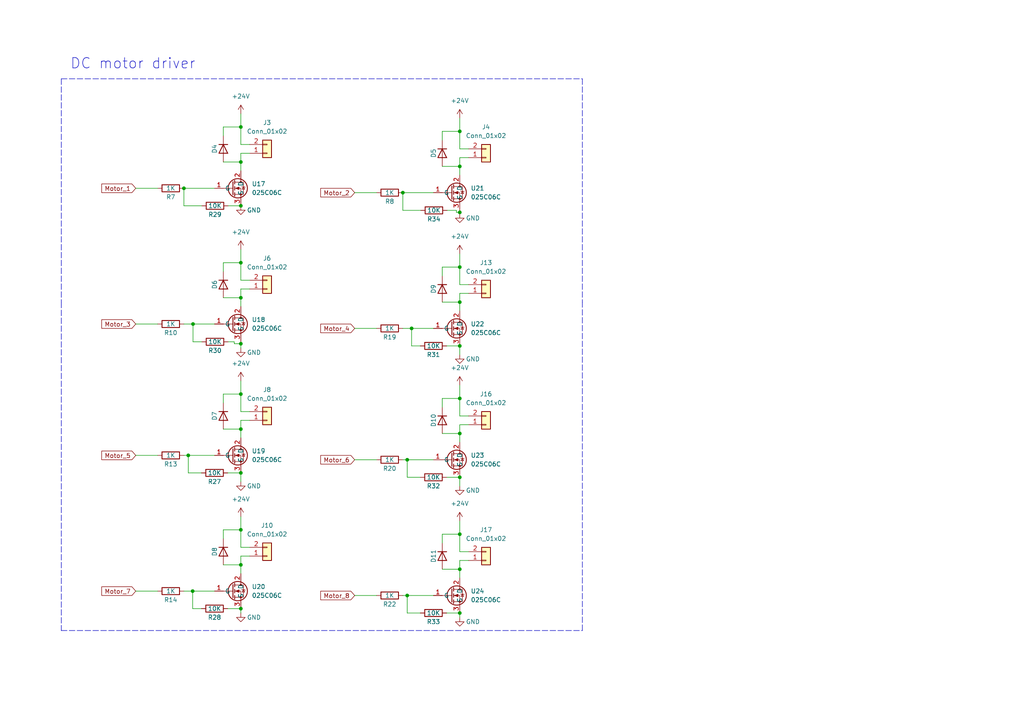
<source format=kicad_sch>
(kicad_sch (version 20211123) (generator eeschema)
  (paper "A4")
  (lib_symbols
    (symbol "Connector_Generic:Conn_01x02" (pin_names (offset 1.016) hide)
      (property "Reference" "J" (at 0 2.54 0))
      (property "Value" "Conn_01x02" (at 0 -5.08 0))
      (symbol "Conn_01x02_1_1"
        (rectangle (start -1.27 -2.413) (end 0 -2.667) (stroke (width 0.1524)))
        (rectangle (start -1.27 0.127) (end 0 -0.127) (stroke (width 0.1524)))
        (rectangle (start -1.27 1.27) (end 1.27 -3.81) (stroke (width 0.254)) (fill (type background)))
        (pin passive line (at -5.08 0 0) (length 3.81) (name "Pin_1") (number "1"))
        (pin passive line (at -5.08 -2.54 0) (length 3.81) (name "Pin_2") (number "2"))
      )
    )
    (symbol "Device:D" (pin_numbers hide) (pin_names (offset 1.016) hide)
      (property "Reference" "D" (at 0 2.54 0))
      (property "Value" "D" (at 0 -2.54 0))
      (symbol "D_0_1"
        (polyline (pts (xy -1.27 1.27) (xy -1.27 -1.27)) (stroke (width 0.254)))
        (polyline (pts (xy 1.27 0) (xy -1.27 0)))
        (polyline (pts (xy 1.27 1.27) (xy 1.27 -1.27) (xy -1.27 0) (xy 1.27 1.27)) (stroke (width 0.254)))
      )
      (symbol "D_1_1"
        (pin passive line (at -3.81 0 0) (length 2.54) (name "K") (number "1"))
        (pin passive line (at 3.81 0 180) (length 2.54) (name "A") (number "2"))
      )
    )
    (symbol "Device:R" (pin_numbers hide) (pin_names (offset 0))
      (property "Reference" "R" (at 2.032 0 90))
      (property "Value" "R" (at 0 0 90))
      (symbol "R_0_1"
        (rectangle (start -1.016 -2.54) (end 1.016 2.54) (stroke (width 0.254)))
      )
      (symbol "R_1_1"
        (pin passive line (at 0 3.81 270) (length 1.27) (name "~") (number "1"))
        (pin passive line (at 0 -3.81 90) (length 1.27) (name "~") (number "2"))
      )
    )
    (symbol "Symbols:025C06C"
      (property "Reference" "U" (at 5.08 -1.27 0))
      (property "Value" "025C06C" (at 7.62 1.27 0))
      (symbol "025C06C_0_1"
        (polyline (pts (xy -1.016 0) (xy -3.81 0)))
        (polyline (pts (xy -1.016 1.905) (xy -1.016 -1.905)) (stroke (width 0.254)))
        (polyline (pts (xy -0.508 -1.27) (xy -0.508 -2.286)) (stroke (width 0.254)))
        (polyline (pts (xy -0.508 0.508) (xy -0.508 -0.508)) (stroke (width 0.254)))
        (polyline (pts (xy -0.508 2.286) (xy -0.508 1.27)) (stroke (width 0.254)))
        (polyline (pts (xy 1.27 2.54) (xy 1.27 1.778)))
        (polyline (pts (xy 1.27 -2.54) (xy 1.27 0) (xy -0.508 0)))
        (polyline (pts (xy -0.508 -1.778) (xy 2.032 -1.778) (xy 2.032 1.778) (xy -0.508 1.778)))
        (polyline (pts (xy -0.254 0) (xy 0.762 0.381) (xy 0.762 -0.381) (xy -0.254 0)) (fill (type outline)))
        (polyline (pts (xy 1.524 0.508) (xy 1.651 0.381) (xy 2.413 0.381) (xy 2.54 0.254)))
        (polyline (pts (xy 2.032 0.381) (xy 1.651 -0.254) (xy 2.413 -0.254) (xy 2.032 0.381)))
        (circle (center 0.381 0) (radius 2.794) (stroke (width 0.254)))
        (circle (center 1.27 -1.778) (radius 0.254) (fill (type outline)))
        (circle (center 1.27 1.778) (radius 0.254) (fill (type outline)))
      )
      (symbol "025C06C_1_1"
        (pin input line (at -6.35 0 0) (length 2.54) (name "G") (number "1"))
        (pin passive line (at 1.27 5.08 270) (length 2.54) (name "D") (number "2"))
        (pin passive line (at 1.27 -5.08 90) (length 2.54) (name "S") (number "3"))
      )
    )
    (symbol "power:+24V" (power) (pin_names (offset 0))
      (property "Value" "+24V" (at 0 3.556 0))
      (symbol "+24V_0_1"
        (polyline (pts (xy -0.762 1.27) (xy 0 2.54)))
        (polyline (pts (xy 0 0) (xy 0 2.54)))
        (polyline (pts (xy 0 2.54) (xy 0.762 1.27)))
      )
      (symbol "+24V_1_1"
        (pin power_in line (at 0 0 90) (length 0) hide (name "+24V") (number "1"))
      )
    )
    (symbol "power:GND" (power) (pin_names (offset 0))
      (property "Value" "GND" (at 0 -3.81 0))
      (symbol "GND_0_1"
        (polyline (pts (xy 0 0) (xy 0 -1.27) (xy 1.27 -1.27) (xy 0 -2.54) (xy -1.27 -1.27) (xy 0 -1.27)))
      )
      (symbol "GND_1_1"
        (pin power_in line (at 0 0 270) (length 0) hide (name "GND") (number "1"))
      )
    )
  )
  (junction (at 69.85 99.695))
  (junction (at 69.85 163.83))
  (junction (at 133.35 165.1))
  (junction (at 69.85 114.3))
  (junction (at 133.35 100.33))
  (junction (at 133.35 87.63))
  (junction (at 69.85 36.83))
  (junction (at 116.84 55.88))
  (junction (at 133.35 48.26))
  (junction (at 69.85 86.36))
  (junction (at 119.38 95.25))
  (junction (at 69.85 46.99))
  (junction (at 53.34 54.61))
  (junction (at 69.85 124.46))
  (junction (at 133.35 115.57))
  (junction (at 69.85 153.67))
  (junction (at 69.85 59.69))
  (junction (at 133.35 138.43))
  (junction (at 55.9816 93.98))
  (junction (at 69.85 137.16))
  (junction (at 69.85 176.53))
  (junction (at 54.61 132.08))
  (junction (at 133.35 154.94))
  (junction (at 133.35 61.595))
  (junction (at 118.11 133.35))
  (junction (at 118.11 172.72))
  (junction (at 133.35 38.1))
  (junction (at 133.35 125.73))
  (junction (at 69.85 76.2))
  (junction (at 133.35 77.47))
  (junction (at 55.88 171.45))
  (junction (at 133.35 177.8))
  (wire (pts (xy 69.85 161.29) (xy 72.39 161.29)))
  (wire (pts (xy 39.37 132.08) (xy 45.72 132.08)))
  (wire (pts (xy 39.37 171.45) (xy 45.72 171.45)))
  (polyline (pts (xy 17.78 182.88) (xy 168.91 182.88)))
  (wire (pts (xy 69.85 41.91) (xy 69.85 36.83)))
  (wire (pts (xy 133.35 43.18) (xy 135.89 43.18)))
  (wire (pts (xy 53.34 171.45) (xy 55.88 171.45)))
  (wire (pts (xy 133.35 128.27) (xy 133.35 125.73)))
  (wire (pts (xy 69.85 83.82) (xy 72.39 83.82)))
  (wire (pts (xy 119.38 95.25) (xy 119.38 100.33)))
  (wire (pts (xy 116.84 172.72) (xy 118.11 172.72)))
  (wire (pts (xy 54.61 132.08) (xy 62.23 132.08)))
  (wire (pts (xy 67.945 99.695) (xy 69.85 99.695)))
  (wire (pts (xy 53.34 59.69) (xy 53.34 54.61)))
  (wire (pts (xy 55.9816 93.98) (xy 62.23 93.98)))
  (wire (pts (xy 69.85 176.53) (xy 69.85 177.8)))
  (wire (pts (xy 133.35 167.64) (xy 133.35 165.1)))
  (wire (pts (xy 118.11 133.35) (xy 125.73 133.35)))
  (polyline (pts (xy 17.78 87.63) (xy 17.78 182.88)))
  (wire (pts (xy 53.34 59.69) (xy 58.547 59.69)))
  (polyline (pts (xy 168.91 182.88) (xy 168.91 87.63)))
  (wire (pts (xy 132.3848 61.595) (xy 133.35 61.595)))
  (wire (pts (xy 69.85 72.39) (xy 69.85 76.2)))
  (wire (pts (xy 133.35 125.73) (xy 133.35 123.19)))
  (wire (pts (xy 69.85 49.53) (xy 69.85 46.99)))
  (wire (pts (xy 69.85 119.38) (xy 69.85 114.3)))
  (wire (pts (xy 58.42 176.53) (xy 55.88 176.53)))
  (wire (pts (xy 69.85 99.695) (xy 69.85 100.965)))
  (wire (pts (xy 66.04 137.16) (xy 69.85 137.16)))
  (wire (pts (xy 129.667 61.0108) (xy 132.3848 61.0108)))
  (wire (pts (xy 64.77 76.2) (xy 69.85 76.2)))
  (wire (pts (xy 64.77 163.83) (xy 69.85 163.83)))
  (wire (pts (xy 69.85 88.9) (xy 69.85 86.36)))
  (wire (pts (xy 67.945 99.1362) (xy 67.945 99.695)))
  (wire (pts (xy 128.27 154.94) (xy 133.35 154.94)))
  (wire (pts (xy 69.85 46.99) (xy 69.85 44.45)))
  (wire (pts (xy 55.88 176.53) (xy 55.88 171.45)))
  (wire (pts (xy 66.167 99.1362) (xy 67.945 99.1362)))
  (wire (pts (xy 132.3848 61.0108) (xy 132.3848 61.595)))
  (wire (pts (xy 69.85 124.46) (xy 69.85 121.92)))
  (wire (pts (xy 64.77 36.83) (xy 69.85 36.83)))
  (wire (pts (xy 133.35 177.8) (xy 133.35 179.07)))
  (polyline (pts (xy 17.78 22.86) (xy 17.78 87.63)))
  (wire (pts (xy 64.77 114.3) (xy 69.85 114.3)))
  (wire (pts (xy 69.85 163.83) (xy 69.85 161.29)))
  (wire (pts (xy 128.27 125.73) (xy 133.35 125.73)))
  (wire (pts (xy 53.34 132.08) (xy 54.61 132.08)))
  (wire (pts (xy 128.27 87.63) (xy 133.35 87.63)))
  (wire (pts (xy 121.92 177.8) (xy 118.11 177.8)))
  (wire (pts (xy 133.35 82.55) (xy 135.89 82.55)))
  (wire (pts (xy 121.92 100.33) (xy 119.38 100.33)))
  (wire (pts (xy 133.35 165.1) (xy 133.35 162.56)))
  (wire (pts (xy 129.54 177.8) (xy 133.35 177.8)))
  (wire (pts (xy 64.77 46.99) (xy 69.85 46.99)))
  (wire (pts (xy 133.35 160.02) (xy 133.35 154.94)))
  (wire (pts (xy 133.35 111.76) (xy 133.35 115.57)))
  (wire (pts (xy 133.35 48.26) (xy 133.35 45.72)))
  (wire (pts (xy 69.85 158.75) (xy 72.39 158.75)))
  (polyline (pts (xy 168.91 22.86) (xy 168.91 87.63)))
  (wire (pts (xy 69.85 81.28) (xy 69.85 76.2)))
  (wire (pts (xy 69.85 149.86) (xy 69.85 153.67)))
  (wire (pts (xy 128.27 38.1) (xy 133.35 38.1)))
  (wire (pts (xy 133.35 138.43) (xy 133.35 140.97)))
  (wire (pts (xy 66.167 59.69) (xy 69.85 59.69)))
  (wire (pts (xy 54.61 137.16) (xy 54.61 132.08)))
  (wire (pts (xy 69.85 41.91) (xy 72.39 41.91)))
  (wire (pts (xy 133.35 162.56) (xy 135.89 162.56)))
  (wire (pts (xy 102.87 55.88) (xy 109.22 55.88)))
  (wire (pts (xy 119.38 95.25) (xy 125.73 95.25)))
  (wire (pts (xy 133.35 123.19) (xy 135.89 123.19)))
  (wire (pts (xy 39.37 54.61) (xy 45.72 54.61)))
  (wire (pts (xy 69.85 81.28) (xy 72.39 81.28)))
  (wire (pts (xy 69.85 44.45) (xy 72.39 44.45)))
  (wire (pts (xy 133.35 45.72) (xy 135.89 45.72)))
  (wire (pts (xy 116.84 61.0108) (xy 122.047 61.0108)))
  (wire (pts (xy 58.547 99.1362) (xy 55.9816 99.1362)))
  (wire (pts (xy 133.35 61.595) (xy 133.35 62.0014)))
  (wire (pts (xy 102.87 133.35) (xy 109.22 133.35)))
  (wire (pts (xy 64.77 156.21) (xy 64.77 153.67)))
  (wire (pts (xy 128.27 157.48) (xy 128.27 154.94)))
  (wire (pts (xy 64.77 116.84) (xy 64.77 114.3)))
  (wire (pts (xy 118.11 138.43) (xy 121.92 138.43)))
  (wire (pts (xy 116.84 55.88) (xy 125.73 55.88)))
  (wire (pts (xy 102.87 95.25) (xy 109.22 95.25)))
  (wire (pts (xy 133.35 43.18) (xy 133.35 38.1)))
  (wire (pts (xy 133.35 85.09) (xy 135.89 85.09)))
  (wire (pts (xy 133.35 73.66) (xy 133.35 77.47)))
  (wire (pts (xy 133.35 160.02) (xy 135.89 160.02)))
  (wire (pts (xy 54.61 137.16) (xy 58.42 137.16)))
  (wire (pts (xy 55.88 171.45) (xy 62.23 171.45)))
  (wire (pts (xy 128.27 80.01) (xy 128.27 77.47)))
  (wire (pts (xy 128.27 165.1) (xy 133.35 165.1)))
  (wire (pts (xy 69.85 137.16) (xy 69.85 139.7)))
  (wire (pts (xy 133.35 120.65) (xy 133.35 115.57)))
  (wire (pts (xy 118.11 172.72) (xy 125.73 172.72)))
  (wire (pts (xy 39.37 93.98) (xy 45.72 93.98)))
  (wire (pts (xy 128.27 40.64) (xy 128.27 38.1)))
  (wire (pts (xy 69.85 166.37) (xy 69.85 163.83)))
  (wire (pts (xy 102.87 172.72) (xy 109.22 172.72)))
  (wire (pts (xy 129.54 100.33) (xy 133.35 100.33)))
  (wire (pts (xy 129.54 138.43) (xy 133.35 138.43)))
  (wire (pts (xy 118.11 177.8) (xy 118.11 172.72)))
  (wire (pts (xy 64.77 124.46) (xy 69.85 124.46)))
  (wire (pts (xy 64.77 153.67) (xy 69.85 153.67)))
  (wire (pts (xy 69.85 158.75) (xy 69.85 153.67)))
  (wire (pts (xy 133.35 50.8) (xy 133.35 48.26)))
  (wire (pts (xy 133.35 87.63) (xy 133.35 85.09)))
  (wire (pts (xy 128.27 118.11) (xy 128.27 115.57)))
  (wire (pts (xy 133.35 82.55) (xy 133.35 77.47)))
  (wire (pts (xy 69.85 33.02) (xy 69.85 36.83)))
  (wire (pts (xy 53.34 93.98) (xy 55.9816 93.98)))
  (wire (pts (xy 66.04 176.53) (xy 69.85 176.53)))
  (wire (pts (xy 128.27 48.26) (xy 133.35 48.26)))
  (wire (pts (xy 64.77 78.74) (xy 64.77 76.2)))
  (wire (pts (xy 133.35 120.65) (xy 135.89 120.65)))
  (wire (pts (xy 69.85 110.49) (xy 69.85 114.3)))
  (wire (pts (xy 133.35 151.13) (xy 133.35 154.94)))
  (wire (pts (xy 133.35 90.17) (xy 133.35 87.63)))
  (polyline (pts (xy 17.78 22.86) (xy 168.91 22.86)))
  (wire (pts (xy 69.85 127) (xy 69.85 124.46)))
  (wire (pts (xy 64.77 39.37) (xy 64.77 36.83)))
  (wire (pts (xy 133.35 60.96) (xy 133.35 61.595)))
  (wire (pts (xy 64.77 86.36) (xy 69.85 86.36)))
  (wire (pts (xy 133.35 100.33) (xy 133.35 102.87)))
  (wire (pts (xy 116.84 95.25) (xy 119.38 95.25)))
  (wire (pts (xy 69.85 99.695) (xy 69.85 99.06)))
  (wire (pts (xy 118.11 133.35) (xy 118.11 138.43)))
  (wire (pts (xy 133.35 34.29) (xy 133.35 38.1)))
  (wire (pts (xy 69.85 121.92) (xy 72.39 121.92)))
  (wire (pts (xy 69.85 119.38) (xy 72.39 119.38)))
  (wire (pts (xy 116.84 133.35) (xy 118.11 133.35)))
  (wire (pts (xy 128.27 77.47) (xy 133.35 77.47)))
  (wire (pts (xy 53.34 54.61) (xy 62.23 54.61)))
  (wire (pts (xy 128.27 115.57) (xy 133.35 115.57)))
  (wire (pts (xy 69.85 86.36) (xy 69.85 83.82)))
  (wire (pts (xy 55.9816 99.1362) (xy 55.9816 93.98)))
  (wire (pts (xy 116.84 55.88) (xy 116.84 61.0108)))
  (text "DC motor driver" (at 20.32 20.32 0) (effects (font (size 3 3)) (justify left bottom)))
  (global_label "Motor_6" (shape input) (at 102.87 133.35 180) (property "Intersheet References" "${INTERSHEET_REFS}" (effects hide)))
  (global_label "Motor_8" (shape input) (at 102.87 172.72 180) (property "Intersheet References" "${INTERSHEET_REFS}" (effects hide)))
  (global_label "Motor_7" (shape input) (at 39.37 171.45 180) (property "Intersheet References" "${INTERSHEET_REFS}" (effects hide)))
  (global_label "Motor_2" (shape input) (at 102.87 55.88 180) (property "Intersheet References" "${INTERSHEET_REFS}" (effects hide)))
  (global_label "Motor_1" (shape input) (at 39.37 54.61 180) (property "Intersheet References" "${INTERSHEET_REFS}" (effects hide)))
  (global_label "Motor_3" (shape input) (at 39.37 93.98 180) (property "Intersheet References" "${INTERSHEET_REFS}" (effects hide)))
  (global_label "Motor_4" (shape input) (at 102.87 95.25 180) (property "Intersheet References" "${INTERSHEET_REFS}" (effects hide)))
  (global_label "Motor_5" (shape input) (at 39.37 132.08 180) (property "Intersheet References" "${INTERSHEET_REFS}" (effects hide)))
  (symbol (lib_id "Connector_Generic:Conn_01x02") (at 140.97 85.09 0) (mirror x) (unit 1)
    (property "Reference" "J13" (at 140.97 76.2 0))
    (property "Value" "Conn_01x02" (at 140.97 78.74 0))
    (property "Footprint" "Footprint:Molex_White_4_2mm_2P" (effects hide))
  )
  (symbol (lib_id "power:+24V") (at 133.35 34.29 0) (unit 1)
    (property "Reference" "#PWR0126" (effects hide))
    (property "Value" "+24V" (at 133.35 29.21 0))
  )
  (symbol (lib_id "Device:R") (at 125.73 100.33 90) (unit 1)
    (property "Reference" "R31" (at 125.73 102.87 90))
    (property "Value" "10K" (at 125.73 100.33 90))
    (property "Footprint" "Resistor_SMD:R_0603_1608Metric" (effects hide))
  )
  (symbol (lib_id "power:GND") (at 133.35 140.97 0) (unit 1)
    (property "Reference" "#PWR0162" (effects hide))
    (property "Value" "GND" (at 137.16 142.24 0))
  )
  (symbol (lib_id "Device:D") (at 64.77 160.02 270) (unit 1)
    (property "Reference" "D8" (at 62.23 160.02 0))
    (property "Value" "D" (effects hide))
    (property "Footprint" "Diode_SMD:D_SMA" (effects hide))
  )
  (symbol (lib_id "Device:D") (at 64.77 82.55 270) (unit 1)
    (property "Reference" "D6" (at 62.23 82.55 0))
    (property "Value" "D" (effects hide))
    (property "Footprint" "Diode_SMD:D_SMA" (effects hide))
  )
  (symbol (lib_id "power:GND") (at 69.85 100.965 0) (unit 1)
    (property "Reference" "#PWR0161" (effects hide))
    (property "Value" "GND" (at 73.66 102.235 0))
  )
  (symbol (lib_id "Device:R") (at 62.23 176.53 90) (unit 1)
    (property "Reference" "R28" (at 62.23 179.07 90))
    (property "Value" "10K" (at 62.23 176.53 90))
    (property "Footprint" "Resistor_SMD:R_0603_1608Metric" (effects hide))
  )
  (symbol (lib_id "power:+24V") (at 133.35 111.76 0) (unit 1)
    (property "Reference" "#PWR0148" (effects hide))
    (property "Value" "+24V" (at 133.35 106.68 0))
  )
  (symbol (lib_id "Device:D") (at 64.77 120.65 270) (unit 1)
    (property "Reference" "D7" (at 62.23 120.65 0))
    (property "Value" "D" (effects hide))
    (property "Footprint" "Diode_SMD:D_SMA" (effects hide))
  )
  (symbol (lib_id "Symbols:025C06C") (at 68.58 171.45 0) (unit 1)
    (property "Reference" "U20" (at 73.025 170.1799 0) (effects (justify left)))
    (property "Value" "025C06C" (at 73.025 172.7199 0) (effects (justify left)))
    (property "Footprint" "Package_TO_SOT_SMD:TO-252-2" (effects hide))
  )
  (symbol (lib_id "power:+24V") (at 69.85 149.86 0) (unit 1)
    (property "Reference" "#PWR0133" (effects hide))
    (property "Value" "+24V" (at 69.85 144.78 0))
  )
  (symbol (lib_id "Device:R") (at 113.03 55.88 90) (unit 1)
    (property "Reference" "R8" (at 113.03 58.42 90))
    (property "Value" "1K" (at 113.03 55.88 90))
    (property "Footprint" "Resistor_SMD:R_0603_1608Metric" (effects hide))
  )
  (symbol (lib_id "Device:D") (at 128.27 83.82 270) (unit 1)
    (property "Reference" "D9" (at 125.73 83.82 0))
    (property "Value" "D" (effects hide))
    (property "Footprint" "Diode_SMD:D_SMA" (effects hide))
  )
  (symbol (lib_id "Device:D") (at 128.27 44.45 270) (unit 1)
    (property "Reference" "D5" (at 125.73 44.45 0))
    (property "Value" "D" (effects hide))
    (property "Footprint" "Diode_SMD:D_SMA" (effects hide))
  )
  (symbol (lib_id "Device:R") (at 49.53 93.98 90) (unit 1)
    (property "Reference" "R10" (at 49.53 96.52 90))
    (property "Value" "1K" (at 49.53 93.98 90))
    (property "Footprint" "Resistor_SMD:R_0603_1608Metric" (effects hide))
  )
  (symbol (lib_id "Device:R") (at 113.03 133.35 90) (unit 1)
    (property "Reference" "R20" (at 113.03 135.89 90))
    (property "Value" "1K" (at 113.03 133.35 90))
    (property "Footprint" "Resistor_SMD:R_0603_1608Metric" (effects hide))
  )
  (symbol (lib_id "Connector_Generic:Conn_01x02") (at 77.47 121.92 0) (mirror x) (unit 1)
    (property "Reference" "J8" (at 77.47 113.03 0))
    (property "Value" "Conn_01x02" (at 77.47 115.57 0))
    (property "Footprint" "Footprint:Molex_White_4_2mm_2P" (effects hide))
  )
  (symbol (lib_id "power:+24V") (at 69.85 33.02 0) (unit 1)
    (property "Reference" "#PWR0129" (effects hide))
    (property "Value" "+24V" (at 69.85 27.94 0))
  )
  (symbol (lib_id "Symbols:025C06C") (at 132.08 133.35 0) (unit 1)
    (property "Reference" "U23" (at 136.525 132.0799 0) (effects (justify left)))
    (property "Value" "025C06C" (at 136.525 134.6199 0) (effects (justify left)))
    (property "Footprint" "Package_TO_SOT_SMD:TO-252-2" (effects hide))
  )
  (symbol (lib_id "Symbols:025C06C") (at 68.58 54.61 0) (unit 1)
    (property "Reference" "U17" (at 73.025 53.3399 0) (effects (justify left)))
    (property "Value" "025C06C" (at 73.025 55.8799 0) (effects (justify left)))
    (property "Footprint" "Package_TO_SOT_SMD:TO-252-2" (effects hide))
  )
  (symbol (lib_id "Symbols:025C06C") (at 68.58 93.98 0) (unit 1)
    (property "Reference" "U18" (at 73.025 92.7099 0) (effects (justify left)))
    (property "Value" "025C06C" (at 73.025 95.2499 0) (effects (justify left)))
    (property "Footprint" "Package_TO_SOT_SMD:TO-252-2" (effects hide))
  )
  (symbol (lib_id "Device:R") (at 125.73 138.43 90) (unit 1)
    (property "Reference" "R32" (at 125.73 140.97 90))
    (property "Value" "10K" (at 125.73 138.43 90))
    (property "Footprint" "Resistor_SMD:R_0603_1608Metric" (effects hide))
  )
  (symbol (lib_id "power:GND") (at 69.85 177.8 0) (unit 1)
    (property "Reference" "#PWR0146" (effects hide))
    (property "Value" "GND" (at 73.66 179.07 0))
  )
  (symbol (lib_id "Device:R") (at 125.857 61.0108 90) (unit 1)
    (property "Reference" "R34" (at 125.857 63.5508 90))
    (property "Value" "10K" (at 125.857 61.0108 90))
    (property "Footprint" "Resistor_SMD:R_0603_1608Metric" (effects hide))
  )
  (symbol (lib_id "Device:R") (at 113.03 95.25 90) (unit 1)
    (property "Reference" "R19" (at 113.03 97.79 90))
    (property "Value" "1K" (at 113.03 95.25 90))
    (property "Footprint" "Resistor_SMD:R_0603_1608Metric" (effects hide))
  )
  (symbol (lib_id "Connector_Generic:Conn_01x02") (at 140.97 45.72 0) (mirror x) (unit 1)
    (property "Reference" "J4" (at 140.97 36.83 0))
    (property "Value" "Conn_01x02" (at 140.97 39.37 0))
    (property "Footprint" "Footprint:Molex_White_4_2mm_2P" (effects hide))
  )
  (symbol (lib_id "Device:R") (at 49.53 54.61 90) (unit 1)
    (property "Reference" "R7" (at 49.53 57.15 90))
    (property "Value" "1K" (at 49.53 54.61 90))
    (property "Footprint" "Resistor_SMD:R_0603_1608Metric" (effects hide))
  )
  (symbol (lib_id "power:GND") (at 69.85 139.7 0) (unit 1)
    (property "Reference" "#PWR0138" (effects hide))
    (property "Value" "GND" (at 73.66 140.97 0))
  )
  (symbol (lib_id "power:+24V") (at 69.85 110.49 0) (unit 1)
    (property "Reference" "#PWR0152" (effects hide))
    (property "Value" "+24V" (at 69.85 105.41 0))
  )
  (symbol (lib_id "Connector_Generic:Conn_01x02") (at 140.97 162.56 0) (mirror x) (unit 1)
    (property "Reference" "J17" (at 140.97 153.67 0))
    (property "Value" "Conn_01x02" (at 140.97 156.21 0))
    (property "Footprint" "Footprint:Molex_White_4_2mm_2P" (effects hide))
  )
  (symbol (lib_id "Connector_Generic:Conn_01x02") (at 77.47 44.45 0) (mirror x) (unit 1)
    (property "Reference" "J3" (at 77.47 35.56 0))
    (property "Value" "Conn_01x02" (at 77.47 38.1 0))
    (property "Footprint" "Footprint:Molex_White_4_2mm_2P" (effects hide))
  )
  (symbol (lib_id "Symbols:025C06C") (at 132.08 172.72 0) (unit 1)
    (property "Reference" "U24" (at 136.525 171.4499 0) (effects (justify left)))
    (property "Value" "025C06C" (at 136.525 173.9899 0) (effects (justify left)))
    (property "Footprint" "Package_TO_SOT_SMD:TO-252-2" (effects hide))
  )
  (symbol (lib_id "Device:R") (at 49.53 171.45 90) (unit 1)
    (property "Reference" "R14" (at 49.53 173.99 90))
    (property "Value" "1K" (at 49.53 171.45 90))
    (property "Footprint" "Resistor_SMD:R_0603_1608Metric" (effects hide))
  )
  (symbol (lib_id "Symbols:025C06C") (at 132.08 95.25 0) (unit 1)
    (property "Reference" "U22" (at 136.525 93.9799 0) (effects (justify left)))
    (property "Value" "025C06C" (at 136.525 96.5199 0) (effects (justify left)))
    (property "Footprint" "Package_TO_SOT_SMD:TO-252-2" (effects hide))
  )
  (symbol (lib_id "power:+24V") (at 133.35 73.66 0) (unit 1)
    (property "Reference" "#PWR0139" (effects hide))
    (property "Value" "+24V" (at 133.35 68.58 0))
  )
  (symbol (lib_id "Symbols:025C06C") (at 132.08 55.88 0) (unit 1)
    (property "Reference" "U21" (at 136.525 54.6099 0) (effects (justify left)))
    (property "Value" "025C06C" (at 136.525 57.1499 0) (effects (justify left)))
    (property "Footprint" "Package_TO_SOT_SMD:TO-252-2" (effects hide))
  )
  (symbol (lib_id "Device:R") (at 62.357 59.69 90) (unit 1)
    (property "Reference" "R29" (at 62.357 62.23 90))
    (property "Value" "10K" (at 62.357 59.69 90))
    (property "Footprint" "Resistor_SMD:R_0603_1608Metric" (effects hide))
  )
  (symbol (lib_id "power:+24V") (at 69.85 72.39 0) (unit 1)
    (property "Reference" "#PWR0132" (effects hide))
    (property "Value" "+24V" (at 69.85 67.31 0))
  )
  (symbol (lib_id "Device:D") (at 128.27 121.92 270) (unit 1)
    (property "Reference" "D10" (at 125.73 121.92 0))
    (property "Value" "D" (effects hide))
    (property "Footprint" "Diode_SMD:D_SMA" (effects hide))
  )
  (symbol (lib_id "Device:R") (at 62.357 99.1362 90) (unit 1)
    (property "Reference" "R30" (at 62.357 101.6762 90))
    (property "Value" "10K" (at 62.357 99.1362 90))
    (property "Footprint" "Resistor_SMD:R_0603_1608Metric" (effects hide))
  )
  (symbol (lib_id "Connector_Generic:Conn_01x02") (at 77.47 161.29 0) (mirror x) (unit 1)
    (property "Reference" "J10" (at 77.47 152.4 0))
    (property "Value" "Conn_01x02" (at 77.47 154.94 0))
    (property "Footprint" "Footprint:Molex_White_4_2mm_2P" (effects hide))
  )
  (symbol (lib_id "Device:D") (at 128.27 161.29 270) (unit 1)
    (property "Reference" "D11" (at 125.73 161.29 0))
    (property "Value" "D" (effects hide))
    (property "Footprint" "Diode_SMD:D_SMA" (effects hide))
  )
  (symbol (lib_id "Connector_Generic:Conn_01x02") (at 140.97 123.19 0) (mirror x) (unit 1)
    (property "Reference" "J16" (at 140.97 114.3 0))
    (property "Value" "Conn_01x02" (at 140.97 116.84 0))
    (property "Footprint" "Footprint:Molex_White_4_2mm_2P" (effects hide))
  )
  (symbol (lib_id "power:+24V") (at 133.35 151.13 0) (unit 1)
    (property "Reference" "#PWR0141" (effects hide))
    (property "Value" "+24V" (at 133.35 146.05 0))
  )
  (symbol (lib_id "power:GND") (at 133.35 179.07 0) (unit 1)
    (property "Reference" "#PWR0140" (effects hide))
    (property "Value" "GND" (at 137.16 180.34 0))
  )
  (symbol (lib_id "Device:D") (at 64.77 43.18 270) (unit 1)
    (property "Reference" "D4" (at 62.23 43.18 0))
    (property "Value" "D" (effects hide))
    (property "Footprint" "Diode_SMD:D_SMA" (effects hide))
  )
  (symbol (lib_id "power:GND") (at 133.35 62.0014 0) (unit 1)
    (property "Reference" "#PWR0127" (effects hide))
    (property "Value" "GND" (at 137.16 63.2714 0))
  )
  (symbol (lib_id "Symbols:025C06C") (at 68.58 132.08 0) (unit 1)
    (property "Reference" "U19" (at 73.025 130.8099 0) (effects (justify left)))
    (property "Value" "025C06C" (at 73.025 133.3499 0) (effects (justify left)))
    (property "Footprint" "Package_TO_SOT_SMD:TO-252-2" (effects hide))
  )
  (symbol (lib_id "power:GND") (at 69.85 59.69 0) (unit 1)
    (property "Reference" "#PWR0128" (effects hide))
    (property "Value" "GND" (at 73.66 60.96 0))
  )
  (symbol (lib_id "Connector_Generic:Conn_01x02") (at 77.47 83.82 0) (mirror x) (unit 1)
    (property "Reference" "J6" (at 77.47 74.93 0))
    (property "Value" "Conn_01x02" (at 77.47 77.47 0))
    (property "Footprint" "Footprint:Molex_White_4_2mm_2P" (effects hide))
  )
  (symbol (lib_id "power:GND") (at 133.35 102.87 0) (unit 1)
    (property "Reference" "#PWR0151" (effects hide))
    (property "Value" "GND" (at 137.16 104.14 0))
  )
  (symbol (lib_id "Device:R") (at 113.03 172.72 90) (unit 1)
    (property "Reference" "R22" (at 113.03 175.26 90))
    (property "Value" "1K" (at 113.03 172.72 90))
    (property "Footprint" "Resistor_SMD:R_0603_1608Metric" (effects hide))
  )
  (symbol (lib_id "Device:R") (at 49.53 132.08 90) (unit 1)
    (property "Reference" "R13" (at 49.53 134.62 90))
    (property "Value" "1K" (at 49.53 132.08 90))
    (property "Footprint" "Resistor_SMD:R_0603_1608Metric" (effects hide))
  )
  (symbol (lib_id "Device:R") (at 62.23 137.16 90) (unit 1)
    (property "Reference" "R27" (at 62.23 139.7 90))
    (property "Value" "10K" (at 62.23 137.16 90))
    (property "Footprint" "Resistor_SMD:R_0603_1608Metric" (effects hide))
  )
  (symbol (lib_id "Device:R") (at 125.73 177.8 90) (unit 1)
    (property "Reference" "R33" (at 125.73 180.34 90))
    (property "Value" "10K" (at 125.73 177.8 90))
    (property "Footprint" "Resistor_SMD:R_0603_1608Metric" (effects hide))
  )
)
</source>
